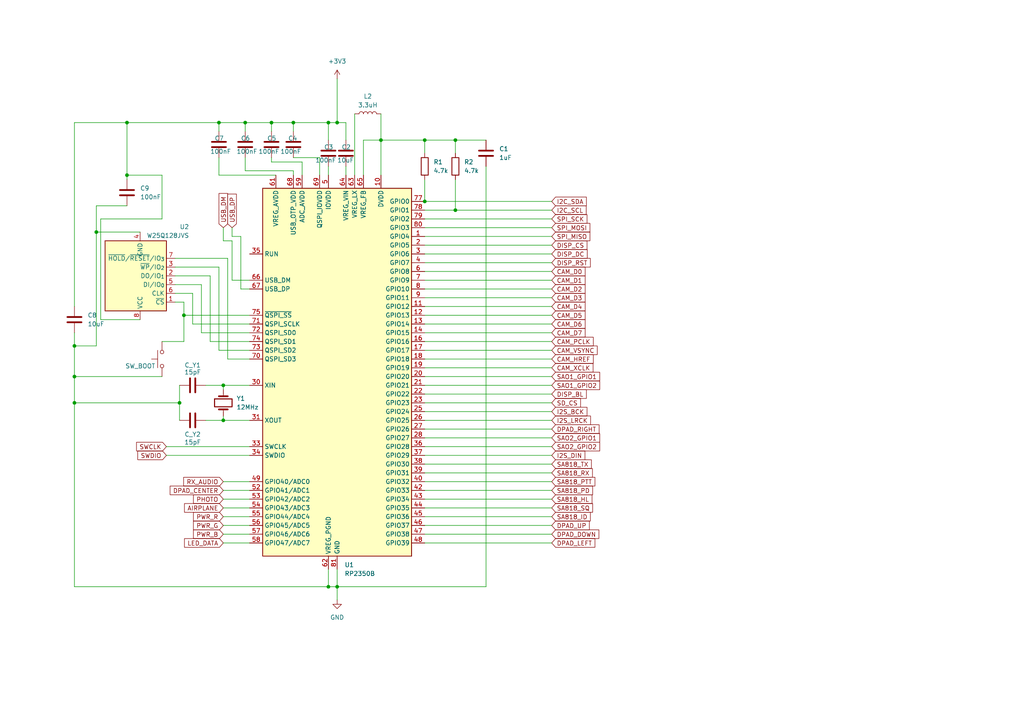
<source format=kicad_sch>
(kicad_sch (version 20250114) (generator "eeschema") (generator_version "9.0")
  (paper "A4")
  (title_block (title "MCU Electrical Schematic") (date "2026-02-07") (rev "0.1") (company "HRV DEFCON SSTV Badge"))
  (lib_symbols
    (symbol "Device:C" (pin_numbers (hide yes)) (pin_names (offset 0.254))
      (property "Reference" "C" (at 0.635 2.54 0))
      (property "Value" "C" (at 0.635 -2.54 0))
      (symbol "C_0_1"
        (polyline (pts (xy -2.032 0.762) (xy 2.032 0.762)) (stroke (width 0.508)))
        (polyline (pts (xy -2.032 -0.762) (xy 2.032 -0.762)) (stroke (width 0.508)))
      )
      (symbol "C_1_1"
        (pin passive line (at 0 3.81 270) (length 2.794) (name "~") (number "1"))
        (pin passive line (at 0 -3.81 90) (length 2.794) (name "~") (number "2"))
      )
    )
    (symbol "Device:Crystal" (pin_numbers (hide yes)) (pin_names (offset 1.016) (hide yes))
      (property "Reference" "Y" (at 0 3.81 0))
      (property "Value" "Crystal" (at 0 -3.81 0))
      (symbol "Crystal_0_1"
        (polyline (pts (xy -2.54 0) (xy -1.905 0)))
        (polyline (pts (xy -1.905 -1.27) (xy -1.905 1.27)) (stroke (width 0.508)))
        (rectangle (start -1.143 2.54) (end 1.143 -2.54) (stroke (width 0.3048)))
        (polyline (pts (xy 1.905 -1.27) (xy 1.905 1.27)) (stroke (width 0.508)))
        (polyline (pts (xy 2.54 0) (xy 1.905 0)))
      )
      (symbol "Crystal_1_1"
        (pin passive line (at -3.81 0 0) (length 1.27) (name "1") (number "1"))
        (pin passive line (at 3.81 0 180) (length 1.27) (name "2") (number "2"))
      )
    )
    (symbol "Device:L" (pin_numbers (hide yes)) (pin_names (offset 1.016) (hide yes))
      (property "Reference" "L" (at -1.27 0 90))
      (property "Value" "L" (at 1.905 0 90))
      (symbol "L_0_1"
        (arc (start 0 2.54) (mid 0.6323 1.905) (end 0 1.27))
        (arc (start 0 1.27) (mid 0.6323 0.635) (end 0 0))
        (arc (start 0 0) (mid 0.6323 -0.635) (end 0 -1.27))
        (arc (start 0 -1.27) (mid 0.6323 -1.905) (end 0 -2.54))
      )
      (symbol "L_1_1"
        (pin passive line (at 0 3.81 270) (length 1.27) (name "1") (number "1"))
        (pin passive line (at 0 -3.81 90) (length 1.27) (name "2") (number "2"))
      )
    )
    (symbol "Device:R" (pin_numbers (hide yes)) (pin_names (offset 0))
      (property "Reference" "R" (at 2.032 0 90))
      (property "Value" "R" (at 0 0 90))
      (symbol "R_0_1"
        (rectangle (start -1.016 -2.54) (end 1.016 2.54) (stroke (width 0.254)))
      )
      (symbol "R_1_1"
        (pin passive line (at 0 3.81 270) (length 1.27) (name "~") (number "1"))
        (pin passive line (at 0 -3.81 90) (length 1.27) (name "~") (number "2"))
      )
    )
    (symbol "MCU_RaspberryPi:RP2350B"
      (property "Reference" "U" (at 17.526 57.404 0))
      (property "Value" "RP2350B" (at 17.526 54.864 0))
      (symbol "RP2350B_0_1"
        (rectangle (start -21.59 52.07) (end 21.59 -54.61) (stroke (width 0.254)) (fill (type background)))
      )
      (symbol "RP2350B_1_0"
        (pin bidirectional line (at -25.4 -33.02 0) (length 3.81) (name "GPIO40/ADC0") (number "49"))
        (pin bidirectional line (at -25.4 -35.56 0) (length 3.81) (name "GPIO41/ADC1") (number "52"))
        (pin bidirectional line (at -25.4 -38.1 0) (length 3.81) (name "GPIO42/ADC2") (number "53"))
        (pin bidirectional line (at -25.4 -40.64 0) (length 3.81) (name "GPIO43/ADC3") (number "54"))
        (pin bidirectional line (at -25.4 -43.18 0) (length 3.81) (name "GPIO44/ADC4") (number "55"))
        (pin bidirectional line (at -25.4 -45.72 0) (length 3.81) (name "GPIO45/ADC5") (number "56"))
        (pin bidirectional line (at -25.4 -48.26 0) (length 3.81) (name "GPIO46/ADC6") (number "57"))
        (pin bidirectional line (at -25.4 -50.8 0) (length 3.81) (name "GPIO47/ADC7") (number "58"))
        (pin power_in line (at -17.78 55.88 270) (length 3.81) (name "VREG_AVDD") (number "61"))
        (pin power_in line (at -12.7 55.88 270) (length 3.81) (name "USB_OTP_VDD") (number "68"))
        (pin power_in line (at -5.08 55.88 270) (length 3.81) (name "QSPI_IOVDD") (number "69"))
        (pin passive line (at -2.54 55.88 270) (length 3.81) (hide yes) (name "IOVDD") (number "50"))
        (pin passive line (at -2.54 55.88 270) (length 3.81) (hide yes) (name "IOVDD") (number "60"))
        (pin passive line (at -2.54 55.88 270) (length 3.81) (hide yes) (name "IOVDD") (number "76"))
        (pin power_in line (at -2.54 -58.42 90) (length 3.81) (name "VREG_PGND") (number "62"))
        (pin power_in line (at 12.7 55.88 270) (length 3.81) (name "DVDD") (number "10"))
        (pin passive line (at 12.7 55.88 270) (length 3.81) (hide yes) (name "DVDD") (number "51"))
        (pin bidirectional line (at 25.4 -27.94 180) (length 3.81) (name "GPIO30") (number "38"))
        (pin bidirectional line (at 25.4 -30.48 180) (length 3.81) (name "GPIO31") (number "39"))
        (pin bidirectional line (at 25.4 -33.02 180) (length 3.81) (name "GPIO32") (number "40"))
        (pin bidirectional line (at 25.4 -35.56 180) (length 3.81) (name "GPIO33") (number "42"))
        (pin bidirectional line (at 25.4 -38.1 180) (length 3.81) (name "GPIO34") (number "43"))
        (pin bidirectional line (at 25.4 -40.64 180) (length 3.81) (name "GPIO35") (number "44"))
        (pin bidirectional line (at 25.4 -43.18 180) (length 3.81) (name "GPIO36") (number "45"))
        (pin bidirectional line (at 25.4 -45.72 180) (length 3.81) (name "GPIO37") (number "46"))
        (pin bidirectional line (at 25.4 -48.26 180) (length 3.81) (name "GPIO38") (number "47"))
        (pin bidirectional line (at 25.4 -50.8 180) (length 3.81) (name "GPIO39") (number "48"))
      )
      (symbol "RP2350B_1_1"
        (pin input line (at -25.4 33.02 0) (length 3.81) (name "RUN") (number "35"))
        (pin bidirectional line (at -25.4 25.4 0) (length 3.81) (name "USB_DM") (number "66"))
        (pin bidirectional line (at -25.4 22.86 0) (length 3.81) (name "USB_DP") (number "67"))
        (pin output line (at -25.4 15.24 0) (length 3.81) (name "~{QSPI_SS}") (number "75"))
        (pin output line (at -25.4 12.7 0) (length 3.81) (name "QSPI_SCLK") (number "71"))
        (pin bidirectional line (at -25.4 10.16 0) (length 3.81) (name "QSPI_SD0") (number "72"))
        (pin bidirectional line (at -25.4 7.62 0) (length 3.81) (name "QSPI_SD1") (number "74"))
        (pin bidirectional line (at -25.4 5.08 0) (length 3.81) (name "QSPI_SD2") (number "73"))
        (pin bidirectional line (at -25.4 2.54 0) (length 3.81) (name "QSPI_SD3") (number "70"))
        (pin input line (at -25.4 -5.08 0) (length 3.81) (name "XIN") (number "30"))
        (pin output line (at -25.4 -15.24 0) (length 3.81) (name "XOUT") (number "31"))
        (pin input line (at -25.4 -22.86 0) (length 3.81) (name "SWCLK") (number "33"))
        (pin bidirectional line (at -25.4 -25.4 0) (length 3.81) (name "SWDIO") (number "34"))
        (pin power_in line (at -10.16 55.88 270) (length 3.81) (name "ADC_AVDD") (number "59"))
        (pin passive line (at -2.54 55.88 270) (length 3.81) (hide yes) (name "IOVDD") (number "15"))
        (pin passive line (at -2.54 55.88 270) (length 3.81) (hide yes) (name "IOVDD") (number "24"))
        (pin passive line (at -2.54 55.88 270) (length 3.81) (hide yes) (name "IOVDD") (number "29"))
        (pin passive line (at -2.54 55.88 270) (length 3.81) (hide yes) (name "IOVDD") (number "41"))
        (pin power_in line (at -2.54 55.88 270) (length 3.81) (name "IOVDD") (number "5"))
        (pin power_in line (at 0 -58.42 90) (length 3.81) (name "GND") (number "81"))
        (pin power_in line (at 2.54 55.88 270) (length 3.81) (name "VREG_VIN") (number "64"))
        (pin power_out line (at 5.08 55.88 270) (length 3.81) (name "VREG_LX") (number "63"))
        (pin passive line (at 7.62 55.88 270) (length 3.81) (name "VREG_FB") (number "65"))
        (pin passive line (at 12.7 55.88 270) (length 3.81) (hide yes) (name "DVDD") (number "32"))
        (pin bidirectional line (at 25.4 48.26 180) (length 3.81) (name "GPIO0") (number "77"))
        (pin bidirectional line (at 25.4 45.72 180) (length 3.81) (name "GPIO1") (number "78"))
        (pin bidirectional line (at 25.4 43.18 180) (length 3.81) (name "GPIO2") (number "79"))
        (pin bidirectional line (at 25.4 40.64 180) (length 3.81) (name "GPIO3") (number "80"))
        (pin bidirectional line (at 25.4 38.1 180) (length 3.81) (name "GPIO4") (number "1"))
        (pin bidirectional line (at 25.4 35.56 180) (length 3.81) (name "GPIO5") (number "2"))
        (pin bidirectional line (at 25.4 33.02 180) (length 3.81) (name "GPIO6") (number "3"))
        (pin bidirectional line (at 25.4 30.48 180) (length 3.81) (name "GPIO7") (number "4"))
        (pin bidirectional line (at 25.4 27.94 180) (length 3.81) (name "GPIO8") (number "6"))
        (pin bidirectional line (at 25.4 25.4 180) (length 3.81) (name "GPIO9") (number "7"))
        (pin bidirectional line (at 25.4 22.86 180) (length 3.81) (name "GPIO10") (number "8"))
        (pin bidirectional line (at 25.4 20.32 180) (length 3.81) (name "GPIO11") (number "9"))
        (pin bidirectional line (at 25.4 17.78 180) (length 3.81) (name "GPIO12") (number "11"))
        (pin bidirectional line (at 25.4 15.24 180) (length 3.81) (name "GPIO13") (number "12"))
        (pin bidirectional line (at 25.4 12.7 180) (length 3.81) (name "GPIO14") (number "13"))
        (pin bidirectional line (at 25.4 10.16 180) (length 3.81) (name "GPIO15") (number "14"))
        (pin bidirectional line (at 25.4 7.62 180) (length 3.81) (name "GPIO16") (number "16"))
        (pin bidirectional line (at 25.4 5.08 180) (length 3.81) (name "GPIO17") (number "17"))
        (pin bidirectional line (at 25.4 2.54 180) (length 3.81) (name "GPIO18") (number "18"))
        (pin bidirectional line (at 25.4 0 180) (length 3.81) (name "GPIO19") (number "19"))
        (pin bidirectional line (at 25.4 -2.54 180) (length 3.81) (name "GPIO20") (number "20"))
        (pin bidirectional line (at 25.4 -5.08 180) (length 3.81) (name "GPIO21") (number "21"))
        (pin bidirectional line (at 25.4 -7.62 180) (length 3.81) (name "GPIO22") (number "22"))
        (pin bidirectional line (at 25.4 -10.16 180) (length 3.81) (name "GPIO23") (number "23"))
        (pin bidirectional line (at 25.4 -12.7 180) (length 3.81) (name "GPIO24") (number "25"))
        (pin bidirectional line (at 25.4 -15.24 180) (length 3.81) (name "GPIO25") (number "26"))
        (pin bidirectional line (at 25.4 -17.78 180) (length 3.81) (name "GPIO26") (number "27"))
        (pin bidirectional line (at 25.4 -20.32 180) (length 3.81) (name "GPIO27") (number "28"))
        (pin bidirectional line (at 25.4 -22.86 180) (length 3.81) (name "GPIO28") (number "36"))
        (pin bidirectional line (at 25.4 -25.4 180) (length 3.81) (name "GPIO29") (number "37"))
      )
    )
    (symbol "Memory_Flash:W25Q128JVS"
      (property "Reference" "U" (at -6.35 11.43 0))
      (property "Value" "W25Q128JVS" (at 7.62 11.43 0))
      (symbol "W25Q128JVS_0_1"
        (rectangle (start -7.62 10.16) (end 10.16 -10.16) (stroke (width 0.254)) (fill (type background)))
      )
      (symbol "W25Q128JVS_1_1"
        (pin input line (at -10.16 7.62 0) (length 2.54) (name "~{CS}") (number "1"))
        (pin input line (at -10.16 5.08 0) (length 2.54) (name "CLK") (number "6"))
        (pin bidirectional line (at -10.16 2.54 0) (length 2.54) (name "DI/IO_{0}") (number "5"))
        (pin bidirectional line (at -10.16 0 0) (length 2.54) (name "DO/IO_{1}") (number "2"))
        (pin bidirectional line (at -10.16 -2.54 0) (length 2.54) (name "~{WP}/IO_{2}") (number "3"))
        (pin bidirectional line (at -10.16 -5.08 0) (length 2.54) (name "~{HOLD}/~{RESET}/IO_{3}") (number "7"))
        (pin power_in line (at 0 12.7 270) (length 2.54) (name "VCC") (number "8"))
        (pin power_in line (at 0 -12.7 90) (length 2.54) (name "GND") (number "4"))
      )
    )
    (symbol "Switch:SW_Push" (pin_numbers (hide yes)) (pin_names (offset 1.016) (hide yes))
      (property "Reference" "SW" (at 1.27 2.54 0))
      (property "Value" "SW_Push" (at 0 -1.524 0))
      (symbol "SW_Push_0_1"
        (circle (center -2.032 0) (radius 0.508))
        (polyline (pts (xy 0 1.27) (xy 0 3.048)))
        (circle (center 2.032 0) (radius 0.508))
        (polyline (pts (xy 2.54 1.27) (xy -2.54 1.27)))
        (pin passive line (at -5.08 0 0) (length 2.54) (name "1") (number "1"))
        (pin passive line (at 5.08 0 180) (length 2.54) (name "2") (number "2"))
      )
    )
    (symbol "power:+3V3" (power) (pin_numbers (hide yes)) (pin_names (offset 0) (hide yes))
      (property "Value" "+3V3" (at 0 3.556 0))
      (symbol "+3V3_0_1"
        (polyline (pts (xy -0.762 1.27) (xy 0 2.54)))
        (polyline (pts (xy 0 2.54) (xy 0.762 1.27)))
        (polyline (pts (xy 0 0) (xy 0 2.54)))
      )
      (symbol "+3V3_1_1"
        (pin power_in line (at 0 0 90) (length 0) (name "~") (number "1"))
      )
    )
    (symbol "power:GND" (power) (pin_numbers (hide yes)) (pin_names (offset 0) (hide yes))
      (property "Value" "GND" (at 0 -3.81 0))
      (symbol "GND_0_1"
        (polyline (pts (xy 0 0) (xy 0 -1.27) (xy 1.27 -1.27) (xy 0 -2.54) (xy -1.27 -1.27) (xy 0 -1.27)))
      )
      (symbol "GND_1_1"
        (pin power_in line (at 0 0 270) (length 0) (name "~") (number "1"))
      )
    )
  )
  (junction (at 36.83 50.8))
  (junction (at 97.79 35.56))
  (junction (at 95.25 170.18))
  (junction (at 132.08 40.64))
  (junction (at 97.79 170.18))
  (junction (at 21.59 100.33))
  (junction (at 71.12 35.56))
  (junction (at 21.59 109.22))
  (junction (at 63.5 35.56))
  (junction (at 52.07 116.84))
  (junction (at 64.77 121.92))
  (junction (at 53.34 91.44))
  (junction (at 36.83 35.56))
  (junction (at 27.94 67.31))
  (junction (at 110.49 40.64))
  (junction (at 132.08 60.96))
  (junction (at 78.74 35.56))
  (junction (at 95.25 35.56))
  (junction (at 123.19 40.64))
  (junction (at 123.19 58.42))
  (junction (at 85.09 35.56))
  (junction (at 64.77 111.76))
  (junction (at 21.59 116.84))
  (wire (pts (xy 123.19 88.9) (xy 160.02 88.9)))
  (wire (pts (xy 123.19 114.3) (xy 160.02 114.3)))
  (wire (pts (xy 123.19 73.66) (xy 160.02 73.66)))
  (wire (pts (xy 72.39 93.98) (xy 55.88 93.98)))
  (wire (pts (xy 21.59 100.33) (xy 21.59 109.22)))
  (wire (pts (xy 48.26 132.08) (xy 72.39 132.08)))
  (wire (pts (xy 46.99 63.5) (xy 46.99 50.8)))
  (wire (pts (xy 71.12 35.56) (xy 78.74 35.56)))
  (wire (pts (xy 123.19 137.16) (xy 160.02 137.16)))
  (wire (pts (xy 123.19 52.07) (xy 123.19 58.42)))
  (wire (pts (xy 123.19 104.14) (xy 160.02 104.14)))
  (wire (pts (xy 123.19 78.74) (xy 160.02 78.74)))
  (wire (pts (xy 87.63 50.8) (xy 87.63 46.99)))
  (wire (pts (xy 50.8 74.93) (xy 66.04 74.93)))
  (wire (pts (xy 46.99 50.8) (xy 36.83 50.8)))
  (wire (pts (xy 110.49 50.8) (xy 110.49 40.64)))
  (wire (pts (xy 69.85 68.58) (xy 69.85 83.82)))
  (wire (pts (xy 67.31 66.04) (xy 67.31 68.58)))
  (wire (pts (xy 64.77 69.85) (xy 67.31 69.85)))
  (wire (pts (xy 123.19 124.46) (xy 160.02 124.46)))
  (wire (pts (xy 110.49 33.02) (xy 110.49 40.64)))
  (wire (pts (xy 100.33 40.64) (xy 100.33 35.56)))
  (wire (pts (xy 36.83 35.56) (xy 36.83 50.8)))
  (wire (pts (xy 27.94 59.69) (xy 36.83 59.69)))
  (wire (pts (xy 21.59 170.18) (xy 95.25 170.18)))
  (wire (pts (xy 64.77 111.76) (xy 64.77 113.03)))
  (wire (pts (xy 64.77 157.48) (xy 72.39 157.48)))
  (wire (pts (xy 67.31 81.28) (xy 72.39 81.28)))
  (wire (pts (xy 21.59 109.22) (xy 46.99 109.22)))
  (wire (pts (xy 27.94 67.31) (xy 27.94 100.33)))
  (wire (pts (xy 92.71 50.8) (xy 92.71 45.72)))
  (wire (pts (xy 58.42 82.55) (xy 58.42 96.52)))
  (wire (pts (xy 123.19 81.28) (xy 160.02 81.28)))
  (wire (pts (xy 50.8 80.01) (xy 60.96 80.01)))
  (wire (pts (xy 78.74 46.99) (xy 87.63 46.99)))
  (wire (pts (xy 123.19 91.44) (xy 160.02 91.44)))
  (wire (pts (xy 140.97 48.26) (xy 140.97 170.18)))
  (wire (pts (xy 97.79 22.86) (xy 97.79 35.56)))
  (wire (pts (xy 29.21 63.5) (xy 46.99 63.5)))
  (wire (pts (xy 123.19 109.22) (xy 160.02 109.22)))
  (wire (pts (xy 50.8 85.09) (xy 55.88 85.09)))
  (wire (pts (xy 123.19 99.06) (xy 160.02 99.06)))
  (wire (pts (xy 85.09 49.53) (xy 71.12 49.53)))
  (wire (pts (xy 58.42 96.52) (xy 72.39 96.52)))
  (wire (pts (xy 64.77 66.04) (xy 64.77 69.85)))
  (wire (pts (xy 123.19 40.64) (xy 132.08 40.64)))
  (wire (pts (xy 59.69 111.76) (xy 64.77 111.76)))
  (wire (pts (xy 52.07 116.84) (xy 52.07 121.92)))
  (wire (pts (xy 95.25 35.56) (xy 95.25 40.64)))
  (wire (pts (xy 123.19 149.86) (xy 160.02 149.86)))
  (wire (pts (xy 95.25 170.18) (xy 97.79 170.18)))
  (wire (pts (xy 27.94 67.31) (xy 40.64 67.31)))
  (wire (pts (xy 100.33 35.56) (xy 97.79 35.56)))
  (wire (pts (xy 123.19 68.58) (xy 160.02 68.58)))
  (wire (pts (xy 53.34 87.63) (xy 53.34 91.44)))
  (wire (pts (xy 67.31 69.85) (xy 67.31 81.28)))
  (wire (pts (xy 64.77 142.24) (xy 72.39 142.24)))
  (wire (pts (xy 132.08 40.64) (xy 132.08 44.45)))
  (wire (pts (xy 85.09 49.53) (xy 85.09 50.8)))
  (wire (pts (xy 36.83 35.56) (xy 63.5 35.56)))
  (wire (pts (xy 132.08 40.64) (xy 140.97 40.64)))
  (wire (pts (xy 123.19 129.54) (xy 160.02 129.54)))
  (wire (pts (xy 72.39 111.76) (xy 64.77 111.76)))
  (wire (pts (xy 67.31 68.58) (xy 69.85 68.58)))
  (wire (pts (xy 123.19 111.76) (xy 160.02 111.76)))
  (wire (pts (xy 63.5 50.8) (xy 80.01 50.8)))
  (wire (pts (xy 100.33 48.26) (xy 100.33 50.8)))
  (wire (pts (xy 78.74 35.56) (xy 85.09 35.56)))
  (wire (pts (xy 123.19 83.82) (xy 160.02 83.82)))
  (wire (pts (xy 21.59 109.22) (xy 21.59 116.84)))
  (wire (pts (xy 63.5 38.1) (xy 63.5 35.56)))
  (wire (pts (xy 69.85 83.82) (xy 72.39 83.82)))
  (wire (pts (xy 132.08 52.07) (xy 132.08 60.96)))
  (wire (pts (xy 36.83 50.8) (xy 36.83 52.07)))
  (wire (pts (xy 95.25 48.26) (xy 95.25 50.8)))
  (wire (pts (xy 110.49 40.64) (xy 123.19 40.64)))
  (wire (pts (xy 64.77 139.7) (xy 72.39 139.7)))
  (wire (pts (xy 48.26 129.54) (xy 72.39 129.54)))
  (wire (pts (xy 66.04 104.14) (xy 72.39 104.14)))
  (wire (pts (xy 50.8 82.55) (xy 58.42 82.55)))
  (wire (pts (xy 27.94 100.33) (xy 21.59 100.33)))
  (wire (pts (xy 105.41 50.8) (xy 105.41 40.64)))
  (wire (pts (xy 66.04 74.93) (xy 66.04 104.14)))
  (wire (pts (xy 123.19 134.62) (xy 160.02 134.62)))
  (wire (pts (xy 63.5 101.6) (xy 72.39 101.6)))
  (wire (pts (xy 123.19 157.48) (xy 160.02 157.48)))
  (wire (pts (xy 123.19 132.08) (xy 160.02 132.08)))
  (wire (pts (xy 95.25 165.1) (xy 95.25 170.18)))
  (wire (pts (xy 64.77 121.92) (xy 64.77 120.65)))
  (wire (pts (xy 52.07 111.76) (xy 52.07 116.84)))
  (wire (pts (xy 64.77 154.94) (xy 72.39 154.94)))
  (wire (pts (xy 78.74 45.72) (xy 78.74 46.99)))
  (wire (pts (xy 21.59 88.9) (xy 21.59 35.56)))
  (wire (pts (xy 123.19 139.7) (xy 160.02 139.7)))
  (wire (pts (xy 97.79 170.18) (xy 140.97 170.18)))
  (wire (pts (xy 50.8 87.63) (xy 53.34 87.63)))
  (wire (pts (xy 132.08 60.96) (xy 160.02 60.96)))
  (wire (pts (xy 123.19 40.64) (xy 123.19 44.45)))
  (wire (pts (xy 85.09 35.56) (xy 95.25 35.56)))
  (wire (pts (xy 95.25 35.56) (xy 97.79 35.56)))
  (wire (pts (xy 123.19 96.52) (xy 160.02 96.52)))
  (wire (pts (xy 123.19 63.5) (xy 160.02 63.5)))
  (wire (pts (xy 105.41 40.64) (xy 110.49 40.64)))
  (wire (pts (xy 72.39 121.92) (xy 64.77 121.92)))
  (wire (pts (xy 64.77 152.4) (xy 72.39 152.4)))
  (wire (pts (xy 97.79 165.1) (xy 97.79 170.18)))
  (wire (pts (xy 123.19 116.84) (xy 160.02 116.84)))
  (wire (pts (xy 71.12 38.1) (xy 71.12 35.56)))
  (wire (pts (xy 123.19 154.94) (xy 160.02 154.94)))
  (wire (pts (xy 123.19 66.04) (xy 160.02 66.04)))
  (wire (pts (xy 78.74 35.56) (xy 78.74 38.1)))
  (wire (pts (xy 21.59 96.52) (xy 21.59 100.33)))
  (wire (pts (xy 21.59 35.56) (xy 36.83 35.56)))
  (wire (pts (xy 53.34 99.06) (xy 53.34 91.44)))
  (wire (pts (xy 123.19 60.96) (xy 132.08 60.96)))
  (wire (pts (xy 123.19 152.4) (xy 160.02 152.4)))
  (wire (pts (xy 64.77 149.86) (xy 72.39 149.86)))
  (wire (pts (xy 53.34 91.44) (xy 72.39 91.44)))
  (wire (pts (xy 46.99 99.06) (xy 53.34 99.06)))
  (wire (pts (xy 102.87 50.8) (xy 102.87 33.02)))
  (wire (pts (xy 21.59 116.84) (xy 21.59 170.18)))
  (wire (pts (xy 123.19 127) (xy 160.02 127)))
  (wire (pts (xy 21.59 116.84) (xy 52.07 116.84)))
  (wire (pts (xy 123.19 76.2) (xy 160.02 76.2)))
  (wire (pts (xy 60.96 99.06) (xy 72.39 99.06)))
  (wire (pts (xy 64.77 144.78) (xy 72.39 144.78)))
  (wire (pts (xy 71.12 49.53) (xy 71.12 45.72)))
  (wire (pts (xy 63.5 35.56) (xy 71.12 35.56)))
  (wire (pts (xy 29.21 92.71) (xy 40.64 92.71)))
  (wire (pts (xy 29.21 92.71) (xy 29.21 63.5)))
  (wire (pts (xy 123.19 71.12) (xy 160.02 71.12)))
  (wire (pts (xy 123.19 144.78) (xy 160.02 144.78)))
  (wire (pts (xy 123.19 106.68) (xy 160.02 106.68)))
  (wire (pts (xy 55.88 93.98) (xy 55.88 85.09)))
  (wire (pts (xy 63.5 45.72) (xy 63.5 50.8)))
  (wire (pts (xy 63.5 77.47) (xy 63.5 101.6)))
  (wire (pts (xy 92.71 45.72) (xy 85.09 45.72)))
  (wire (pts (xy 64.77 147.32) (xy 72.39 147.32)))
  (wire (pts (xy 123.19 58.42) (xy 160.02 58.42)))
  (wire (pts (xy 123.19 121.92) (xy 160.02 121.92)))
  (wire (pts (xy 60.96 80.01) (xy 60.96 99.06)))
  (wire (pts (xy 27.94 59.69) (xy 27.94 67.31)))
  (wire (pts (xy 123.19 101.6) (xy 160.02 101.6)))
  (wire (pts (xy 123.19 86.36) (xy 160.02 86.36)))
  (wire (pts (xy 59.69 121.92) (xy 64.77 121.92)))
  (wire (pts (xy 50.8 77.47) (xy 63.5 77.47)))
  (wire (pts (xy 123.19 147.32) (xy 160.02 147.32)))
  (wire (pts (xy 123.19 119.38) (xy 160.02 119.38)))
  (wire (pts (xy 123.19 142.24) (xy 160.02 142.24)))
  (wire (pts (xy 123.19 93.98) (xy 160.02 93.98)))
  (wire (pts (xy 85.09 35.56) (xy 85.09 38.1)))
  (wire (pts (xy 97.79 170.18) (xy 97.79 173.99)))
  (global_label "SWDIO" (shape input) (at 48.26 132.08 180) (property "Intersheetrefs" "${INTERSHEET_REFS}" (effects (hide yes))))
  (global_label "I2C_SCL" (shape input) (at 160.02 60.96 0) (property "Intersheetrefs" "${INTERSHEET_REFS}" (effects (hide yes))))
  (global_label "CAM_VSYNC" (shape input) (at 160.02 101.6 0) (property "Intersheetrefs" "${INTERSHEET_REFS}" (effects (hide yes))))
  (global_label "DPAD_RIGHT" (shape input) (at 160.02 124.46 0) (property "Intersheetrefs" "${INTERSHEET_REFS}" (effects (hide yes))))
  (global_label "DPAD_LEFT" (shape input) (at 160.02 157.48 0) (property "Intersheetrefs" "${INTERSHEET_REFS}" (effects (hide yes))))
  (global_label "I2S_LRCK" (shape input) (at 160.02 121.92 0) (property "Intersheetrefs" "${INTERSHEET_REFS}" (effects (hide yes))))
  (global_label "I2C_SDA" (shape input) (at 160.02 58.42 0) (property "Intersheetrefs" "${INTERSHEET_REFS}" (effects (hide yes))))
  (global_label "SAO2_GPIO2" (shape input) (at 160.02 129.54 0) (property "Intersheetrefs" "${INTERSHEET_REFS}" (effects (hide yes))))
  (global_label "PWR_B" (shape input) (at 64.77 154.94 180) (property "Intersheetrefs" "${INTERSHEET_REFS}" (effects (hide yes))))
  (global_label "SWCLK" (shape input) (at 48.26 129.54 180) (property "Intersheetrefs" "${INTERSHEET_REFS}" (effects (hide yes))))
  (global_label "I2S_DIN" (shape input) (at 160.02 132.08 0) (property "Intersheetrefs" "${INTERSHEET_REFS}" (effects (hide yes))))
  (global_label "SPI_SCK" (shape input) (at 160.02 63.5 0) (property "Intersheetrefs" "${INTERSHEET_REFS}" (effects (hide yes))))
  (global_label "SA818_PTT" (shape input) (at 160.02 139.7 0) (property "Intersheetrefs" "${INTERSHEET_REFS}" (effects (hide yes))))
  (global_label "USB_DM" (shape input) (at 64.77 66.04 90) (property "Intersheetrefs" "${INTERSHEET_REFS}" (effects (hide yes))))
  (global_label "AIRPLANE" (shape input) (at 64.77 147.32 180) (property "Intersheetrefs" "${INTERSHEET_REFS}" (effects (hide yes))))
  (global_label "SA818_ID" (shape input) (at 160.02 149.86 0) (property "Intersheetrefs" "${INTERSHEET_REFS}" (effects (hide yes))))
  (global_label "USB_DP" (shape input) (at 67.31 66.04 90) (property "Intersheetrefs" "${INTERSHEET_REFS}" (effects (hide yes))))
  (global_label "DPAD_CENTER" (shape input) (at 64.77 142.24 180) (property "Intersheetrefs" "${INTERSHEET_REFS}" (effects (hide yes))))
  (global_label "DISP_BL" (shape input) (at 160.02 114.3 0) (property "Intersheetrefs" "${INTERSHEET_REFS}" (effects (hide yes))))
  (global_label "CAM_D3" (shape input) (at 160.02 86.36 0) (property "Intersheetrefs" "${INTERSHEET_REFS}" (effects (hide yes))))
  (global_label "CAM_D1" (shape input) (at 160.02 81.28 0) (property "Intersheetrefs" "${INTERSHEET_REFS}" (effects (hide yes))))
  (global_label "CAM_HREF" (shape input) (at 160.02 104.14 0) (property "Intersheetrefs" "${INTERSHEET_REFS}" (effects (hide yes))))
  (global_label "PHOTO" (shape input) (at 64.77 144.78 180) (property "Intersheetrefs" "${INTERSHEET_REFS}" (effects (hide yes))))
  (global_label "SAO2_GPIO1" (shape input) (at 160.02 127 0) (property "Intersheetrefs" "${INTERSHEET_REFS}" (effects (hide yes))))
  (global_label "CAM_XCLK" (shape input) (at 160.02 106.68 0) (property "Intersheetrefs" "${INTERSHEET_REFS}" (effects (hide yes))))
  (global_label "PWR_G" (shape input) (at 64.77 152.4 180) (property "Intersheetrefs" "${INTERSHEET_REFS}" (effects (hide yes))))
  (global_label "DISP_DC" (shape input) (at 160.02 73.66 0) (property "Intersheetrefs" "${INTERSHEET_REFS}" (effects (hide yes))))
  (global_label "CAM_D2" (shape input) (at 160.02 83.82 0) (property "Intersheetrefs" "${INTERSHEET_REFS}" (effects (hide yes))))
  (global_label "SPI_MOSI" (shape input) (at 160.02 66.04 0) (property "Intersheetrefs" "${INTERSHEET_REFS}" (effects (hide yes))))
  (global_label "CAM_D5" (shape input) (at 160.02 91.44 0) (property "Intersheetrefs" "${INTERSHEET_REFS}" (effects (hide yes))))
  (global_label "SA818_SQ" (shape input) (at 160.02 147.32 0) (property "Intersheetrefs" "${INTERSHEET_REFS}" (effects (hide yes))))
  (global_label "DISP_CS" (shape input) (at 160.02 71.12 0) (property "Intersheetrefs" "${INTERSHEET_REFS}" (effects (hide yes))))
  (global_label "PWR_R" (shape input) (at 64.77 149.86 180) (property "Intersheetrefs" "${INTERSHEET_REFS}" (effects (hide yes))))
  (global_label "SA818_HL" (shape input) (at 160.02 144.78 0) (property "Intersheetrefs" "${INTERSHEET_REFS}" (effects (hide yes))))
  (global_label "SA818_TX" (shape input) (at 160.02 134.62 0) (property "Intersheetrefs" "${INTERSHEET_REFS}" (effects (hide yes))))
  (global_label "DPAD_DOWN" (shape input) (at 160.02 154.94 0) (property "Intersheetrefs" "${INTERSHEET_REFS}" (effects (hide yes))))
  (global_label "CAM_D7" (shape input) (at 160.02 96.52 0) (property "Intersheetrefs" "${INTERSHEET_REFS}" (effects (hide yes))))
  (global_label "CAM_D6" (shape input) (at 160.02 93.98 0) (property "Intersheetrefs" "${INTERSHEET_REFS}" (effects (hide yes))))
  (global_label "SD_CS" (shape input) (at 160.02 116.84 0) (property "Intersheetrefs" "${INTERSHEET_REFS}" (effects (hide yes))))
  (global_label "SA818_PD" (shape input) (at 160.02 142.24 0) (property "Intersheetrefs" "${INTERSHEET_REFS}" (effects (hide yes))))
  (global_label "I2S_BCK" (shape input) (at 160.02 119.38 0) (property "Intersheetrefs" "${INTERSHEET_REFS}" (effects (hide yes))))
  (global_label "SAO1_GPIO2" (shape input) (at 160.02 111.76 0) (property "Intersheetrefs" "${INTERSHEET_REFS}" (effects (hide yes))))
  (global_label "CAM_PCLK" (shape input) (at 160.02 99.06 0) (property "Intersheetrefs" "${INTERSHEET_REFS}" (effects (hide yes))))
  (global_label "SPI_MISO" (shape input) (at 160.02 68.58 0) (property "Intersheetrefs" "${INTERSHEET_REFS}" (effects (hide yes))))
  (global_label "SA818_RX" (shape input) (at 160.02 137.16 0) (property "Intersheetrefs" "${INTERSHEET_REFS}" (effects (hide yes))))
  (global_label "SAO1_GPIO1" (shape input) (at 160.02 109.22 0) (property "Intersheetrefs" "${INTERSHEET_REFS}" (effects (hide yes))))
  (global_label "LED_DATA" (shape input) (at 64.77 157.48 180) (property "Intersheetrefs" "${INTERSHEET_REFS}" (effects (hide yes))))
  (global_label "DISP_RST" (shape input) (at 160.02 76.2 0) (property "Intersheetrefs" "${INTERSHEET_REFS}" (effects (hide yes))))
  (global_label "CAM_D0" (shape input) (at 160.02 78.74 0) (property "Intersheetrefs" "${INTERSHEET_REFS}" (effects (hide yes))))
  (global_label "RX_AUDIO" (shape input) (at 64.77 139.7 180) (property "Intersheetrefs" "${INTERSHEET_REFS}" (effects (hide yes))))
  (global_label "DPAD_UP" (shape input) (at 160.02 152.4 0) (property "Intersheetrefs" "${INTERSHEET_REFS}" (effects (hide yes))))
  (global_label "CAM_D4" (shape input) (at 160.02 88.9 0) (property "Intersheetrefs" "${INTERSHEET_REFS}" (effects (hide yes))))
  (symbol (lib_id "Device:R") (at 123.19 48.26 0) (unit 1)
    (property "Reference" "R1" (at 125.73 46.9899 0) (effects (justify left)))
    (property "Value" "4.7k" (at 125.73 49.5299 0) (effects (justify left)))
    (property "Description" "Resistor" (effects (hide yes)))
  )
  (symbol (lib_id "Device:C") (at 95.25 44.45 0) (unit 1)
    (property "Reference" "C3" (at 93.98 42.672 0) (effects (justify left)))
    (property "Value" "100nF" (at 91.44 46.482 0) (effects (justify left)))
    (property "Description" "Unpolarized capacitor - x6 - 100nF near each IOVDD pad" (effects (hide yes)))
  )
  (symbol (lib_id "Device:C") (at 140.97 44.45 0) (unit 1)
    (property "Reference" "C1" (at 144.78 43.1799 0) (effects (justify left)))
    (property "Value" "1uF" (at 144.78 45.7199 0) (effects (justify left)))
    (property "Description" "Unpolarized capacitor" (effects (hide yes)))
  )
  (symbol (lib_id "Device:C") (at 55.88 111.76 90) (unit 1)
    (property "Reference" "C_Y1" (at 55.88 105.918 90))
    (property "Value" "15pF" (at 55.88 107.95 90))
    (property "Description" "Unpolarized capacitor" (effects (hide yes)))
  )
  (symbol (lib_id "MCU_RaspberryPi:RP2350B") (at 97.79 106.68 0) (unit 1)
    (property "Reference" "U1" (at 99.9333 163.83 0) (effects (justify left)))
    (property "Value" "RP2350B" (at 99.9333 166.37 0) (effects (justify left)))
    (property "Footprint" "Package_DFN_QFN:QFN-80-1EP_10x10mm_P0.4mm_EP3.4x3.4mm" (effects (hide yes)))
    (property "Datasheet" "https://datasheets.raspberrypi.com/rp2350/rp2350-datasheet.pdf" (effects (hide yes)))
    (property "Description" "A microcontroller by Raspberry Pi, dual CPU architecture (ARM Cortex-M33 / RISC-V Hazard3), 150MHz, no flash, 520KB SRAM, 12 PIO state machines, VQFN-80" (effects (hide yes)))
    (property private "KLC_S4.2_DVDD" "Not a standalone power converter; internal on-chip voltage regulator for digital core supply; DVDD is the digital core power supply, should be placed next to voltage regulator output." (effects (hide yes)))
    (property private "KLC_S4.2_VREG_LX" "Should be placed next to DVDD." (effects (hide yes)))
  )
  (symbol (lib_id "Device:C") (at 63.5 41.91 0) (unit 1)
    (property "Reference" "C7" (at 62.23 40.132 0) (effects (justify left)))
    (property "Value" "100nF" (at 60.96 43.942 0) (effects (justify left)))
    (property "Description" "Unpolarized capacitor" (effects (hide yes)))
  )
  (symbol (lib_id "Device:C") (at 71.12 41.91 0) (unit 1)
    (property "Reference" "C6" (at 69.85 40.132 0) (effects (justify left)))
    (property "Value" "100nF" (at 68.58 43.942 0) (effects (justify left)))
    (property "Description" "Unpolarized capacitor" (effects (hide yes)))
  )
  (symbol (lib_id "Switch:SW_Push") (at 46.99 104.14 90) (unit 1)
    (property "Reference" "SW_BOOT" (at 36.322 106.172 90) (effects (justify right)))
    (property "Value" "SW_Push" (effects (hide yes)))
    (property "Description" "Push button switch, generic, two pins" (effects (hide yes)))
  )
  (symbol (lib_id "Device:R") (at 132.08 48.26 0) (unit 1)
    (property "Reference" "R2" (at 134.62 46.9899 0) (effects (justify left)))
    (property "Value" "4.7k" (at 134.62 49.5299 0) (effects (justify left)))
    (property "Description" "Resistor" (effects (hide yes)))
  )
  (symbol (lib_id "Device:Crystal") (at 64.77 116.84 90) (unit 1)
    (property "Reference" "Y1" (at 68.58 115.5699 90) (effects (justify right)))
    (property "Value" "12MHz" (at 68.58 118.1099 90) (effects (justify right)))
    (property "Description" "Two pin crystal" (effects (hide yes)))
  )
  (symbol (lib_id "Device:C") (at 78.74 41.91 0) (unit 1)
    (property "Reference" "C5" (at 77.47 40.132 0) (effects (justify left)))
    (property "Value" "100nF" (at 74.93 43.942 0) (effects (justify left)))
    (property "Description" "Unpolarized capacitor" (effects (hide yes)))
  )
  (symbol (lib_id "Device:L") (at 106.68 33.02 90) (unit 1)
    (property "Reference" "L2" (at 106.68 27.94 90))
    (property "Value" "3.3uH" (at 106.68 30.48 90))
    (property "Description" "Inductor" (effects (hide yes)))
  )
  (symbol (lib_id "power:+3V3") (at 97.79 22.86 0) (unit 1)
    (property "Reference" "#PWR01" (effects (hide yes)))
    (property "Value" "+3V3" (at 97.79 17.78 0))
    (property "Description" "Power symbol creates a global label with name \"+3V3\"" (effects (hide yes)))
  )
  (symbol (lib_id "power:GND") (at 97.79 173.99 0) (unit 1)
    (property "Reference" "#PWR02" (effects (hide yes)))
    (property "Value" "GND" (at 97.79 179.07 0))
    (property "Description" "Power symbol creates a global label with name \"GND\" , ground" (effects (hide yes)))
  )
  (symbol (lib_id "Device:C") (at 85.09 41.91 0) (unit 1)
    (property "Reference" "C4" (at 83.566 40.132 0) (effects (justify left)))
    (property "Value" "100nF" (at 81.28 43.942 0) (effects (justify left)))
    (property "Description" "Unpolarized capacitor" (effects (hide yes)))
  )
  (symbol (lib_id "Device:C") (at 55.88 121.92 90) (unit 1)
    (property "Reference" "C_Y2" (at 55.88 125.984 90))
    (property "Value" "15pF" (at 55.88 128.27 90))
    (property "Description" "Unpolarized capacitor" (effects (hide yes)))
  )
  (symbol (lib_id "Device:C") (at 100.33 44.45 0) (unit 1)
    (property "Reference" "C2" (at 99.06 42.672 0) (effects (justify left)))
    (property "Value" "10uF" (at 97.79 46.482 0) (effects (justify left)))
    (property "Description" "Unpolarized capacitor" (effects (hide yes)))
  )
  (symbol (lib_id "Device:C") (at 36.83 55.88 0) (unit 1)
    (property "Reference" "C9" (at 40.64 54.6099 0) (effects (justify left)))
    (property "Value" "100nF" (at 40.64 57.1499 0) (effects (justify left)))
    (property "Description" "Unpolarized capacitor" (effects (hide yes)))
  )
  (symbol (lib_id "Memory_Flash:W25Q128JVS") (at 40.64 80.01 180) (unit 1)
    (property "Reference" "U2" (at 54.864 65.786 0) (effects (justify left)))
    (property "Value" "W25Q128JVS" (at 54.864 68.326 0) (effects (justify left)))
    (property "Footprint" "Package_SO:SOIC-8_5.3x5.3mm_P1.27mm" (effects (hide yes)))
    (property "Datasheet" "https://www.winbond.com/resource-files/w25q128jv_dtr%20revc%2003272018%20plus.pdf" (effects (hide yes)))
    (property "Description" "128Mbit / 16MiB Serial Flash Memory, Standard/Dual/Quad SPI, 2.7-3.6V, SOIC-8" (effects (hide yes)))
  )
  (symbol (lib_id "Device:C") (at 21.59 92.71 0) (unit 1)
    (property "Reference" "C8" (at 25.4 91.4399 0) (effects (justify left)))
    (property "Value" "10uF" (at 25.4 93.9799 0) (effects (justify left)))
    (property "Description" "Unpolarized capacitor" (effects (hide yes)))
  )
)
</source>
